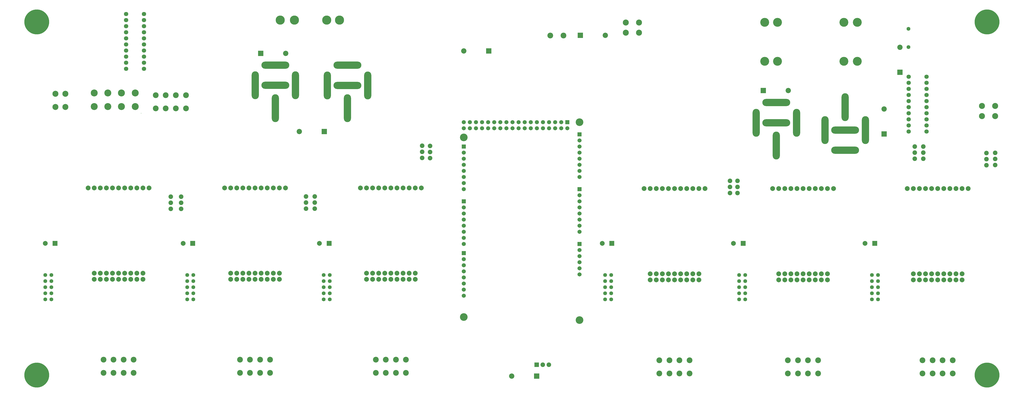
<source format=gbs>
G04*
G04 #@! TF.GenerationSoftware,Altium Limited,Altium Designer,19.1.7 (138)*
G04*
G04 Layer_Color=16711935*
%FSLAX24Y24*%
%MOIN*%
G70*
G01*
G75*
%ADD38C,0.0631*%
%ADD39C,0.0789*%
%ADD40C,0.0710*%
%ADD41R,0.0867X0.0867*%
%ADD42C,0.0867*%
%ADD43O,0.1180X0.4580*%
%ADD44O,0.4580X0.1180*%
%ADD45R,0.0789X0.0789*%
%ADD46C,0.0986*%
%ADD47C,0.0749*%
%ADD48C,0.1143*%
%ADD49C,0.0080*%
%ADD50C,0.0946*%
%ADD51R,0.0867X0.0867*%
%ADD52C,0.1496*%
%ADD53C,0.4094*%
%ADD54C,0.1457*%
%ADD55C,0.0671*%
%ADD56R,0.0671X0.0671*%
%ADD57R,0.0671X0.0671*%
%ADD58R,0.0749X0.0749*%
%ADD59C,0.1261*%
D38*
X50100Y19100D02*
D03*
Y18100D02*
D03*
Y17100D02*
D03*
Y16100D02*
D03*
Y15100D02*
D03*
X51100D02*
D03*
Y16100D02*
D03*
Y17100D02*
D03*
Y18100D02*
D03*
Y19100D02*
D03*
X27700D02*
D03*
Y18100D02*
D03*
Y17100D02*
D03*
Y16100D02*
D03*
Y15100D02*
D03*
X28700D02*
D03*
Y16100D02*
D03*
Y17100D02*
D03*
Y18100D02*
D03*
Y19100D02*
D03*
X146100Y59510D02*
D03*
Y56510D02*
D03*
X118300Y19100D02*
D03*
Y18100D02*
D03*
Y17100D02*
D03*
Y16100D02*
D03*
Y15100D02*
D03*
X119300D02*
D03*
Y16100D02*
D03*
Y17100D02*
D03*
Y18100D02*
D03*
Y19100D02*
D03*
X96300D02*
D03*
Y18100D02*
D03*
Y17100D02*
D03*
Y16100D02*
D03*
Y15100D02*
D03*
X97300D02*
D03*
Y16100D02*
D03*
Y17100D02*
D03*
Y18100D02*
D03*
Y19100D02*
D03*
X141100D02*
D03*
Y18100D02*
D03*
Y17100D02*
D03*
Y16100D02*
D03*
Y15100D02*
D03*
X140100D02*
D03*
Y16100D02*
D03*
Y17100D02*
D03*
Y18100D02*
D03*
Y19100D02*
D03*
X5400D02*
D03*
Y18100D02*
D03*
Y17100D02*
D03*
Y16100D02*
D03*
Y15100D02*
D03*
X4400D02*
D03*
Y16100D02*
D03*
Y17100D02*
D03*
Y18100D02*
D03*
Y19100D02*
D03*
D39*
X21418Y33400D02*
D03*
X20418D02*
D03*
X19418D02*
D03*
X11418D02*
D03*
X12418D02*
D03*
X13418D02*
D03*
X14418D02*
D03*
X15418D02*
D03*
X16418D02*
D03*
X17418D02*
D03*
X18418D02*
D03*
X20418Y19400D02*
D03*
Y18400D02*
D03*
X19418Y19400D02*
D03*
Y18400D02*
D03*
X18418Y19400D02*
D03*
Y18400D02*
D03*
X17418Y19400D02*
D03*
Y18400D02*
D03*
X16418Y19400D02*
D03*
Y18400D02*
D03*
X15418Y19400D02*
D03*
Y18400D02*
D03*
X14418Y19400D02*
D03*
Y18400D02*
D03*
X13418Y19400D02*
D03*
Y18400D02*
D03*
X12418Y19400D02*
D03*
Y18400D02*
D03*
X34818D02*
D03*
Y19400D02*
D03*
X35818Y18400D02*
D03*
Y19400D02*
D03*
X36818Y18400D02*
D03*
Y19400D02*
D03*
X37818Y18400D02*
D03*
Y19400D02*
D03*
X38818Y18400D02*
D03*
Y19400D02*
D03*
X39818Y18400D02*
D03*
Y19400D02*
D03*
X40818Y18400D02*
D03*
Y19400D02*
D03*
X41818Y18400D02*
D03*
Y19400D02*
D03*
X42818Y18400D02*
D03*
Y19400D02*
D03*
X40818Y33400D02*
D03*
X39818D02*
D03*
X38818D02*
D03*
X37818D02*
D03*
X36818D02*
D03*
X35818D02*
D03*
X34818D02*
D03*
X33818D02*
D03*
X41818D02*
D03*
X42818D02*
D03*
X43818D02*
D03*
X66118D02*
D03*
X65118D02*
D03*
X64118D02*
D03*
X56118D02*
D03*
X57118D02*
D03*
X58118D02*
D03*
X59118D02*
D03*
X60118D02*
D03*
X61118D02*
D03*
X62118D02*
D03*
X63118D02*
D03*
X65118Y19400D02*
D03*
Y18400D02*
D03*
X64118Y19400D02*
D03*
Y18400D02*
D03*
X63118Y19400D02*
D03*
Y18400D02*
D03*
X62118Y19400D02*
D03*
Y18400D02*
D03*
X61118Y19400D02*
D03*
Y18400D02*
D03*
X60118Y19400D02*
D03*
Y18400D02*
D03*
X59118Y19400D02*
D03*
Y18400D02*
D03*
X58118Y19400D02*
D03*
Y18400D02*
D03*
X57118Y19400D02*
D03*
Y18400D02*
D03*
X103668Y18300D02*
D03*
Y19300D02*
D03*
X104668Y18300D02*
D03*
Y19300D02*
D03*
X105668Y18300D02*
D03*
Y19300D02*
D03*
X106668Y18300D02*
D03*
Y19300D02*
D03*
X107668Y18300D02*
D03*
Y19300D02*
D03*
X108668Y18300D02*
D03*
Y19300D02*
D03*
X109668Y18300D02*
D03*
Y19300D02*
D03*
X110668Y18300D02*
D03*
Y19300D02*
D03*
X111668Y18300D02*
D03*
Y19300D02*
D03*
X109668Y33300D02*
D03*
X108668D02*
D03*
X107668D02*
D03*
X106668D02*
D03*
X105668D02*
D03*
X104668D02*
D03*
X103668D02*
D03*
X102668D02*
D03*
X110668D02*
D03*
X111668D02*
D03*
X112668D02*
D03*
X133768D02*
D03*
X132768D02*
D03*
X131768D02*
D03*
X123768D02*
D03*
X124768D02*
D03*
X125768D02*
D03*
X126768D02*
D03*
X127768D02*
D03*
X128768D02*
D03*
X129768D02*
D03*
X130768D02*
D03*
X132768Y19300D02*
D03*
Y18300D02*
D03*
X131768Y19300D02*
D03*
Y18300D02*
D03*
X130768Y19300D02*
D03*
Y18300D02*
D03*
X129768Y19300D02*
D03*
Y18300D02*
D03*
X128768Y19300D02*
D03*
Y18300D02*
D03*
X127768Y19300D02*
D03*
Y18300D02*
D03*
X126768Y19300D02*
D03*
Y18300D02*
D03*
X125768Y19300D02*
D03*
Y18300D02*
D03*
X124768Y19300D02*
D03*
Y18300D02*
D03*
X146868D02*
D03*
Y19300D02*
D03*
X147868Y18300D02*
D03*
Y19300D02*
D03*
X148868Y18300D02*
D03*
Y19300D02*
D03*
X149868Y18300D02*
D03*
Y19300D02*
D03*
X150868Y18300D02*
D03*
Y19300D02*
D03*
X151868Y18300D02*
D03*
Y19300D02*
D03*
X152868Y18300D02*
D03*
Y19300D02*
D03*
X153868Y18300D02*
D03*
Y19300D02*
D03*
X154868Y18300D02*
D03*
Y19300D02*
D03*
X152868Y33300D02*
D03*
X151868D02*
D03*
X150868D02*
D03*
X149868D02*
D03*
X148868D02*
D03*
X147868D02*
D03*
X146868D02*
D03*
X145868D02*
D03*
X153868D02*
D03*
X154868D02*
D03*
X155868D02*
D03*
X117363Y24300D02*
D03*
X49400D02*
D03*
X27013D02*
D03*
X95813D02*
D03*
X4400D02*
D03*
X138963D02*
D03*
D40*
X17645Y61950D02*
D03*
Y60950D02*
D03*
Y59950D02*
D03*
Y58950D02*
D03*
Y57950D02*
D03*
Y56950D02*
D03*
Y55950D02*
D03*
Y54950D02*
D03*
Y53950D02*
D03*
Y52950D02*
D03*
X20595Y61950D02*
D03*
Y60950D02*
D03*
Y59950D02*
D03*
Y58950D02*
D03*
Y57950D02*
D03*
Y56950D02*
D03*
Y55950D02*
D03*
Y54950D02*
D03*
Y53950D02*
D03*
Y52950D02*
D03*
X146115Y51640D02*
D03*
Y50640D02*
D03*
Y49640D02*
D03*
Y48640D02*
D03*
Y47640D02*
D03*
Y46640D02*
D03*
Y45640D02*
D03*
Y44640D02*
D03*
Y43640D02*
D03*
Y42640D02*
D03*
X149065Y51640D02*
D03*
Y50640D02*
D03*
Y49640D02*
D03*
Y48640D02*
D03*
Y47640D02*
D03*
Y46640D02*
D03*
Y45640D02*
D03*
Y44640D02*
D03*
Y43640D02*
D03*
Y42640D02*
D03*
D41*
X142100Y42241D02*
D03*
X144690Y52381D02*
D03*
D42*
X142100Y46359D02*
D03*
X73071Y55890D02*
D03*
X96329Y58460D02*
D03*
X126359Y49400D02*
D03*
X144690Y56499D02*
D03*
X46081Y42640D02*
D03*
X80941Y2480D02*
D03*
X43859Y55500D02*
D03*
D43*
X121090Y44100D02*
D03*
X127710D02*
D03*
X124400Y40360D02*
D03*
X135700Y46640D02*
D03*
X132390Y42900D02*
D03*
X139010D02*
D03*
X38845Y50240D02*
D03*
X45465D02*
D03*
X42155Y46500D02*
D03*
X54000Y46493D02*
D03*
X57310Y50233D02*
D03*
X50690D02*
D03*
D44*
X124400Y47410D02*
D03*
Y44100D02*
D03*
X135700Y42900D02*
D03*
Y39590D02*
D03*
X42155Y53550D02*
D03*
Y50240D02*
D03*
X54000Y50233D02*
D03*
Y53543D02*
D03*
D45*
X118937Y24300D02*
D03*
X50975D02*
D03*
X28587D02*
D03*
X97387D02*
D03*
X5975D02*
D03*
X140537D02*
D03*
D46*
X6046Y48835D02*
D03*
X7700D02*
D03*
Y46670D02*
D03*
X6046D02*
D03*
X99700Y60554D02*
D03*
Y58900D02*
D03*
X101865D02*
D03*
Y60554D02*
D03*
X160325Y46850D02*
D03*
Y45196D02*
D03*
X158160D02*
D03*
Y46850D02*
D03*
D47*
X26700Y29960D02*
D03*
Y30960D02*
D03*
Y31960D02*
D03*
X24980Y31950D02*
D03*
Y30950D02*
D03*
Y29950D02*
D03*
X160310Y39140D02*
D03*
Y38140D02*
D03*
Y37140D02*
D03*
X158880Y37130D02*
D03*
Y38130D02*
D03*
Y39130D02*
D03*
X148510Y40180D02*
D03*
Y39180D02*
D03*
Y38180D02*
D03*
X147110D02*
D03*
Y39180D02*
D03*
Y40180D02*
D03*
X116780Y32560D02*
D03*
Y33560D02*
D03*
Y34560D02*
D03*
X118010D02*
D03*
Y33560D02*
D03*
Y32560D02*
D03*
X48620Y32000D02*
D03*
Y31000D02*
D03*
Y30000D02*
D03*
X47190D02*
D03*
Y31000D02*
D03*
Y32000D02*
D03*
X67540Y38300D02*
D03*
Y39300D02*
D03*
Y40300D02*
D03*
X66240Y40310D02*
D03*
Y39310D02*
D03*
Y38310D02*
D03*
X87040Y4340D02*
D03*
X86040D02*
D03*
D48*
X19134Y46746D02*
D03*
X16890D02*
D03*
X14646Y46756D02*
D03*
X14646Y48990D02*
D03*
X16890D02*
D03*
X19134D02*
D03*
X12402Y46756D02*
D03*
Y48990D02*
D03*
D49*
X20110Y45655D02*
D03*
D50*
X22510Y48623D02*
D03*
X24163D02*
D03*
X25817D02*
D03*
X27470D02*
D03*
Y46457D02*
D03*
X25817D02*
D03*
X24163D02*
D03*
X22510D02*
D03*
X87275Y58426D02*
D03*
X89440D02*
D03*
X148388Y5083D02*
D03*
X150042D02*
D03*
X151695D02*
D03*
X153349D02*
D03*
Y2917D02*
D03*
X151695D02*
D03*
X150042D02*
D03*
X148388D02*
D03*
X105188Y5083D02*
D03*
X106842D02*
D03*
X108495D02*
D03*
X110149D02*
D03*
Y2917D02*
D03*
X108495D02*
D03*
X106842D02*
D03*
X105188D02*
D03*
X58638Y5183D02*
D03*
X60292D02*
D03*
X61945D02*
D03*
X63599D02*
D03*
Y3017D02*
D03*
X61945D02*
D03*
X60292D02*
D03*
X58638D02*
D03*
X36338Y5183D02*
D03*
X37992D02*
D03*
X39645D02*
D03*
X41299D02*
D03*
Y3017D02*
D03*
X39645D02*
D03*
X37992D02*
D03*
X36338D02*
D03*
X13938Y5183D02*
D03*
X15592D02*
D03*
X17245D02*
D03*
X18899D02*
D03*
Y3017D02*
D03*
X17245D02*
D03*
X15592D02*
D03*
X13938D02*
D03*
X126288Y2917D02*
D03*
X127942D02*
D03*
X129595D02*
D03*
X131249D02*
D03*
Y5083D02*
D03*
X129595D02*
D03*
X127942D02*
D03*
X126288D02*
D03*
D51*
X77189Y55890D02*
D03*
X92211Y58460D02*
D03*
X122241Y49400D02*
D03*
X50199Y42640D02*
D03*
X85059Y2480D02*
D03*
X39741Y55500D02*
D03*
D52*
X45287Y60965D02*
D03*
X42953D02*
D03*
X50582D02*
D03*
X52677D02*
D03*
D53*
X3000Y60650D02*
D03*
Y2650D02*
D03*
X159000Y60650D02*
D03*
Y2650D02*
D03*
D54*
X135495Y54200D02*
D03*
X124587D02*
D03*
X137677D02*
D03*
X122494D02*
D03*
X137677Y60600D02*
D03*
X122494Y60600D02*
D03*
X135495Y60600D02*
D03*
X124587Y60600D02*
D03*
D55*
X73100Y43200D02*
D03*
Y44200D02*
D03*
X74100Y43200D02*
D03*
Y44200D02*
D03*
X75100Y43200D02*
D03*
Y44200D02*
D03*
X76100Y43200D02*
D03*
Y44200D02*
D03*
X77100Y43200D02*
D03*
Y44200D02*
D03*
X78100Y43200D02*
D03*
Y44200D02*
D03*
X79100Y43200D02*
D03*
Y44200D02*
D03*
X80100Y43200D02*
D03*
Y44200D02*
D03*
X81100Y43200D02*
D03*
Y44200D02*
D03*
X82100Y43200D02*
D03*
Y44200D02*
D03*
X83100Y43200D02*
D03*
Y44200D02*
D03*
X84100Y43200D02*
D03*
Y44200D02*
D03*
X85100Y43200D02*
D03*
Y44200D02*
D03*
X86100Y43200D02*
D03*
Y44200D02*
D03*
X87100Y43200D02*
D03*
Y44200D02*
D03*
X88100Y43200D02*
D03*
Y44200D02*
D03*
X89100Y43200D02*
D03*
Y44200D02*
D03*
X90100Y43200D02*
D03*
X92100Y32200D02*
D03*
Y31200D02*
D03*
Y30200D02*
D03*
Y29200D02*
D03*
Y28200D02*
D03*
Y27200D02*
D03*
Y26200D02*
D03*
Y41200D02*
D03*
Y40200D02*
D03*
Y39200D02*
D03*
Y38200D02*
D03*
Y37200D02*
D03*
Y36200D02*
D03*
Y35200D02*
D03*
X73100Y21700D02*
D03*
Y20700D02*
D03*
Y19700D02*
D03*
Y18700D02*
D03*
Y17700D02*
D03*
Y16700D02*
D03*
Y15700D02*
D03*
Y30200D02*
D03*
Y29200D02*
D03*
Y28200D02*
D03*
Y27200D02*
D03*
Y26200D02*
D03*
Y25200D02*
D03*
Y24200D02*
D03*
X92100Y19200D02*
D03*
Y20200D02*
D03*
Y21200D02*
D03*
Y22200D02*
D03*
Y23200D02*
D03*
X73100Y33200D02*
D03*
Y34200D02*
D03*
Y35200D02*
D03*
Y36200D02*
D03*
Y37200D02*
D03*
Y38200D02*
D03*
Y39200D02*
D03*
D56*
X90100Y44200D02*
D03*
D57*
X92100Y33200D02*
D03*
Y42200D02*
D03*
X73100Y22700D02*
D03*
Y31200D02*
D03*
X92100Y24200D02*
D03*
X73100Y40200D02*
D03*
D58*
X85040Y4340D02*
D03*
D59*
X92100Y11700D02*
D03*
X73100Y12200D02*
D03*
Y41700D02*
D03*
X92100Y44200D02*
D03*
M02*

</source>
